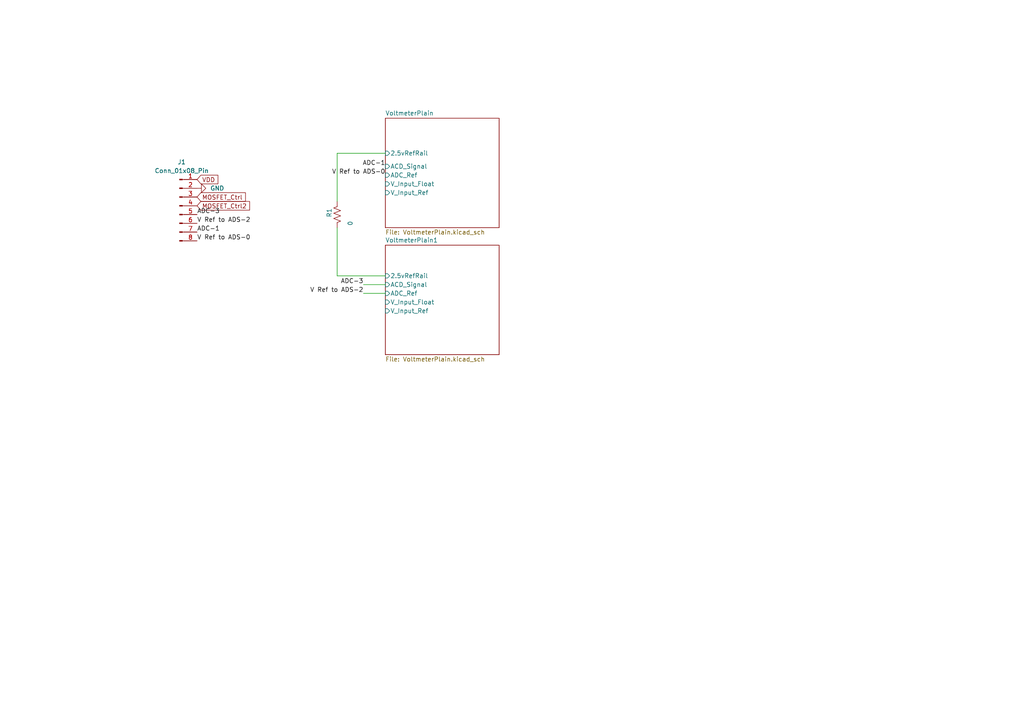
<source format=kicad_sch>
(kicad_sch (version 20250114) (generator "eeschema") (generator_version "9.0")
  (paper "A4")
  (lib_symbols
    (symbol "Connector:Conn_01x08_Pin" (pin_names (offset 1.016) (hide yes))
      (property "Reference" "J" (at 0 10.16 0))
      (property "Value" "Conn_01x08_Pin" (at 0 -12.7 0))
      (symbol "Conn_01x08_Pin_1_1"
        (rectangle (start 0.8636 7.747) (end 0 7.493) (stroke (width 0.1524)) (fill (type outline)))
        (rectangle (start 0.8636 5.207) (end 0 4.953) (stroke (width 0.1524)) (fill (type outline)))
        (rectangle (start 0.8636 2.667) (end 0 2.413) (stroke (width 0.1524)) (fill (type outline)))
        (rectangle (start 0.8636 0.127) (end 0 -0.127) (stroke (width 0.1524)) (fill (type outline)))
        (rectangle (start 0.8636 -2.413) (end 0 -2.667) (stroke (width 0.1524)) (fill (type outline)))
        (rectangle (start 0.8636 -4.953) (end 0 -5.207) (stroke (width 0.1524)) (fill (type outline)))
        (rectangle (start 0.8636 -7.493) (end 0 -7.747) (stroke (width 0.1524)) (fill (type outline)))
        (rectangle (start 0.8636 -10.033) (end 0 -10.287) (stroke (width 0.1524)) (fill (type outline)))
        (polyline (pts (xy 1.27 7.62) (xy 0.8636 7.62)) (stroke (width 0.1524)))
        (polyline (pts (xy 1.27 5.08) (xy 0.8636 5.08)) (stroke (width 0.1524)))
        (polyline (pts (xy 1.27 2.54) (xy 0.8636 2.54)) (stroke (width 0.1524)))
        (polyline (pts (xy 1.27 0) (xy 0.8636 0)) (stroke (width 0.1524)))
        (polyline (pts (xy 1.27 -2.54) (xy 0.8636 -2.54)) (stroke (width 0.1524)))
        (polyline (pts (xy 1.27 -5.08) (xy 0.8636 -5.08)) (stroke (width 0.1524)))
        (polyline (pts (xy 1.27 -7.62) (xy 0.8636 -7.62)) (stroke (width 0.1524)))
        (polyline (pts (xy 1.27 -10.16) (xy 0.8636 -10.16)) (stroke (width 0.1524)))
        (pin passive line (at 5.08 7.62 180) (length 3.81) (name "Pin_1") (number "1"))
        (pin passive line (at 5.08 5.08 180) (length 3.81) (name "Pin_2") (number "2"))
        (pin passive line (at 5.08 2.54 180) (length 3.81) (name "Pin_3") (number "3"))
        (pin passive line (at 5.08 0 180) (length 3.81) (name "Pin_4") (number "4"))
        (pin passive line (at 5.08 -2.54 180) (length 3.81) (name "Pin_5") (number "5"))
        (pin passive line (at 5.08 -5.08 180) (length 3.81) (name "Pin_6") (number "6"))
        (pin passive line (at 5.08 -7.62 180) (length 3.81) (name "Pin_7") (number "7"))
        (pin passive line (at 5.08 -10.16 180) (length 3.81) (name "Pin_8") (number "8"))
      )
    )
    (symbol "Device:R_US" (pin_numbers (hide yes)) (pin_names (offset 0))
      (property "Reference" "R" (at 2.54 0 90))
      (property "Value" "R_US" (at -2.54 0 90))
      (symbol "R_US_0_1"
        (polyline (pts (xy 0 2.286) (xy 0 2.54)))
        (polyline (pts (xy 0 2.286) (xy 1.016 1.905) (xy 0 1.524) (xy -1.016 1.143) (xy 0 0.762)))
        (polyline (pts (xy 0 0.762) (xy 1.016 0.381) (xy 0 0) (xy -1.016 -0.381) (xy 0 -0.762)))
        (polyline (pts (xy 0 -0.762) (xy 1.016 -1.143) (xy 0 -1.524) (xy -1.016 -1.905) (xy 0 -2.286)))
        (polyline (pts (xy 0 -2.286) (xy 0 -2.54)))
      )
      (symbol "R_US_1_1"
        (pin passive line (at 0 3.81 270) (length 1.27) (name "~") (number "1"))
        (pin passive line (at 0 -3.81 90) (length 1.27) (name "~") (number "2"))
      )
    )
    (symbol "power:GND" (power) (pin_names (offset 0))
      (property "Value" "GND" (at 0 -3.81 0))
      (symbol "GND_0_1"
        (polyline (pts (xy 0 0) (xy 0 -1.27) (xy 1.27 -1.27) (xy 0 -2.54) (xy -1.27 -1.27) (xy 0 -1.27)))
      )
      (symbol "GND_1_1"
        (pin power_in line (at 0 0 270) (length 0) (hide yes) (name "GND") (number "1"))
      )
    )
  )
  (wire (pts (xy 97.79 66.04) (xy 97.79 80.01)))
  (wire (pts (xy 97.79 44.45) (xy 97.79 58.42)))
  (wire (pts (xy 105.41 85.09) (xy 111.76 85.09)))
  (wire (pts (xy 111.76 44.45) (xy 97.79 44.45)))
  (wire (pts (xy 97.79 80.01) (xy 111.76 80.01)))
  (wire (pts (xy 105.41 82.55) (xy 111.76 82.55)))
  (label "ADC-1" (at 57.15 67.31 0))
  (label "V Ref to ADS-0" (at 111.76 50.8 180))
  (label "ADC-1" (at 111.76 48.26 180))
  (label "V Ref to ADS-2" (at 57.15 64.77 0))
  (label "V Ref to ADS-2" (at 105.41 85.09 180))
  (label "V Ref to ADS-0" (at 57.15 69.85 0))
  (label "ADC-3" (at 105.41 82.55 180))
  (label "ADC-3" (at 57.15 62.23 0))
  (global_label "MOSFET_Ctrl2" (shape input) (at 57.15 59.69 0) (property "Intersheetrefs" "${INTERSHEET_REFS}" (effects (hide yes))))
  (global_label "VDD" (shape input) (at 57.15 52.07 0) (property "Intersheetrefs" "${INTERSHEET_REFS}" (effects (hide yes))))
  (global_label "MOSFET_Ctrl" (shape input) (at 57.15 57.15 0) (property "Intersheetrefs" "${INTERSHEET_REFS}" (effects (hide yes))))
  (symbol (lib_id "Device:R_US") (at 97.79 62.23 0) (mirror x) (unit 1)
    (property "Reference" "R1" (at 95.504 61.722 90))
    (property "Value" "0" (at 101.6 64.77 90))
    (property "Footprint" "Resistor_SMD:R_0805_2012Metric_Pad1.20x1.40mm_HandSolder" (effects (hide yes)))
    (property "Description" "Resistor, US symbol" (effects (hide yes)))
    (property "Function" "BJTCurrentLimit1" (effects (hide yes)))
  )
  (symbol (lib_id "Connector:Conn_01x08_Pin") (at 52.07 59.69 0) (unit 1)
    (property "Reference" "J1" (at 52.705 46.99 0))
    (property "Value" "Conn_01x08_Pin" (at 52.705 49.53 0))
    (property "Footprint" "Connector_PinHeader_2.54mm:PinHeader_1x08_P2.54mm_Vertical" (effects (hide yes)))
    (property "Description" "Generic connector, single row, 01x08, script generated" (effects (hide yes)))
  )
  (symbol (lib_id "power:GND") (at 57.15 54.61 90) (unit 1)
    (property "Reference" "#PWR01" (effects (hide yes)))
    (property "Value" "GND" (at 60.96 54.6099 90) (effects (justify right)))
    (property "Description" "Power symbol creates a global label with name \"GND\" , ground" (effects (hide yes)))
  )
  (sheet (at 111.76 71.12) (size 33.02 31.75) (stroke (width 0.1524))
    (property "Sheetname" "VoltmeterPlain1" (at 111.76 70.4084 0) (effects (justify left bottom)))
    (property "Sheetfile" "VoltmeterPlain.kicad_sch" (at 111.76 103.4546 0) (effects (justify left top)))
    (pin "2.5vRefRail" input (at 111.76 80.01 180))
    (pin "ACD_Signal" input (at 111.76 82.55 180))
    (pin "ADC_Ref" input (at 111.76 85.09 180))
    (pin "V_Input_Float" input (at 111.76 87.63 180))
    (pin "V_Input_Ref" input (at 111.76 90.17 180))
  )
  (sheet (at 111.76 34.29) (size 33.02 31.75) (stroke (width 0.1524))
    (property "Sheetname" "VoltmeterPlain" (at 111.76 33.5784 0) (effects (justify left bottom)))
    (property "Sheetfile" "VoltmeterPlain.kicad_sch" (at 111.76 66.6246 0) (effects (justify left top)))
    (pin "2.5vRefRail" input (at 111.76 44.45 180))
    (pin "ACD_Signal" input (at 111.76 48.26 180))
    (pin "ADC_Ref" input (at 111.76 50.8 180))
    (pin "V_Input_Float" input (at 111.76 53.34 180))
    (pin "V_Input_Ref" input (at 111.76 55.88 180))
  )
)
</source>
